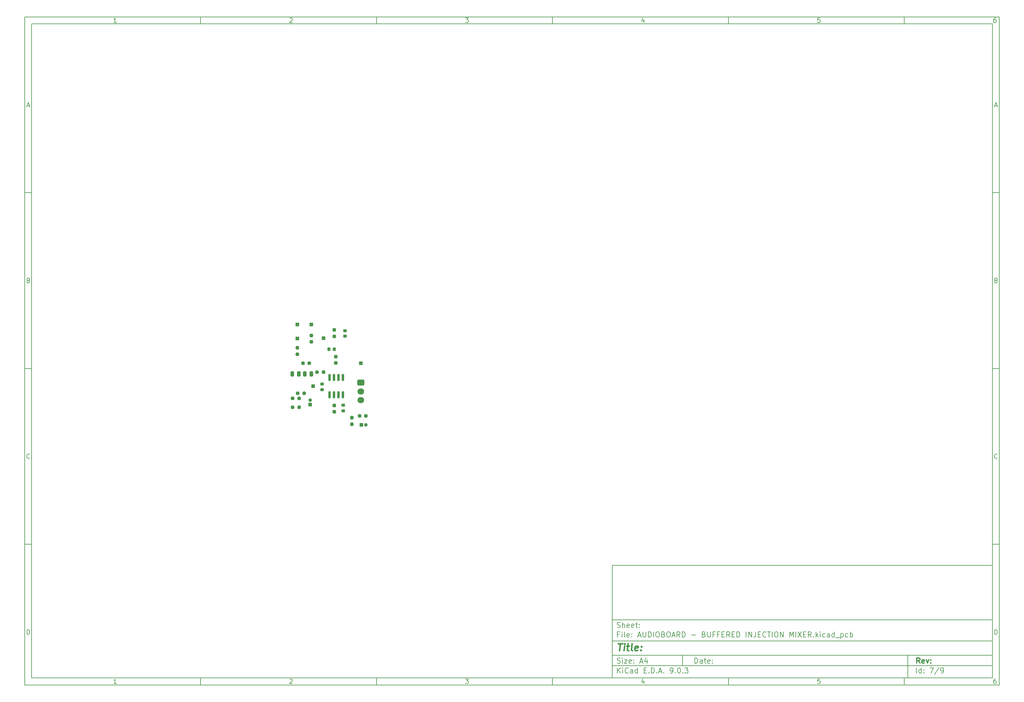
<source format=gbr>
%TF.GenerationSoftware,KiCad,Pcbnew,9.0.3*%
%TF.CreationDate,2025-09-10T01:15:20-07:00*%
%TF.ProjectId,AUDIOBOARD - BUFFERED INJECTION MIXER,41554449-4f42-44f4-9152-44202d204255,rev?*%
%TF.SameCoordinates,Original*%
%TF.FileFunction,Soldermask,Top*%
%TF.FilePolarity,Negative*%
%FSLAX46Y46*%
G04 Gerber Fmt 4.6, Leading zero omitted, Abs format (unit mm)*
G04 Created by KiCad (PCBNEW 9.0.3) date 2025-09-10 01:15:20*
%MOMM*%
%LPD*%
G01*
G04 APERTURE LIST*
G04 Aperture macros list*
%AMRoundRect*
0 Rectangle with rounded corners*
0 $1 Rounding radius*
0 $2 $3 $4 $5 $6 $7 $8 $9 X,Y pos of 4 corners*
0 Add a 4 corners polygon primitive as box body*
4,1,4,$2,$3,$4,$5,$6,$7,$8,$9,$2,$3,0*
0 Add four circle primitives for the rounded corners*
1,1,$1+$1,$2,$3*
1,1,$1+$1,$4,$5*
1,1,$1+$1,$6,$7*
1,1,$1+$1,$8,$9*
0 Add four rect primitives between the rounded corners*
20,1,$1+$1,$2,$3,$4,$5,0*
20,1,$1+$1,$4,$5,$6,$7,0*
20,1,$1+$1,$6,$7,$8,$9,0*
20,1,$1+$1,$8,$9,$2,$3,0*%
G04 Aperture macros list end*
%ADD10C,0.100000*%
%ADD11C,0.150000*%
%ADD12C,0.300000*%
%ADD13C,0.400000*%
%ADD14R,1.000000X1.000000*%
%ADD15RoundRect,0.225000X-0.250000X0.225000X-0.250000X-0.225000X0.250000X-0.225000X0.250000X0.225000X0*%
%ADD16RoundRect,0.237500X-0.237500X0.250000X-0.237500X-0.250000X0.237500X-0.250000X0.237500X0.250000X0*%
%ADD17RoundRect,0.225000X-0.225000X-0.250000X0.225000X-0.250000X0.225000X0.250000X-0.225000X0.250000X0*%
%ADD18RoundRect,0.250000X-0.725000X0.600000X-0.725000X-0.600000X0.725000X-0.600000X0.725000X0.600000X0*%
%ADD19O,1.950000X1.700000*%
%ADD20RoundRect,0.237500X0.237500X-0.250000X0.237500X0.250000X-0.237500X0.250000X-0.237500X-0.250000X0*%
%ADD21RoundRect,0.237500X-0.250000X-0.237500X0.250000X-0.237500X0.250000X0.237500X-0.250000X0.237500X0*%
%ADD22RoundRect,0.150000X0.150000X-0.825000X0.150000X0.825000X-0.150000X0.825000X-0.150000X-0.825000X0*%
%ADD23C,1.000000*%
%ADD24RoundRect,0.250000X0.250000X0.475000X-0.250000X0.475000X-0.250000X-0.475000X0.250000X-0.475000X0*%
%ADD25RoundRect,0.237500X0.250000X0.237500X-0.250000X0.237500X-0.250000X-0.237500X0.250000X-0.237500X0*%
%ADD26RoundRect,0.225000X0.250000X-0.225000X0.250000X0.225000X-0.250000X0.225000X-0.250000X-0.225000X0*%
G04 APERTURE END LIST*
D10*
D11*
X177002200Y-166007200D02*
X285002200Y-166007200D01*
X285002200Y-198007200D01*
X177002200Y-198007200D01*
X177002200Y-166007200D01*
D10*
D11*
X10000000Y-10000000D02*
X287002200Y-10000000D01*
X287002200Y-200007200D01*
X10000000Y-200007200D01*
X10000000Y-10000000D01*
D10*
D11*
X12000000Y-12000000D02*
X285002200Y-12000000D01*
X285002200Y-198007200D01*
X12000000Y-198007200D01*
X12000000Y-12000000D01*
D10*
D11*
X60000000Y-12000000D02*
X60000000Y-10000000D01*
D10*
D11*
X110000000Y-12000000D02*
X110000000Y-10000000D01*
D10*
D11*
X160000000Y-12000000D02*
X160000000Y-10000000D01*
D10*
D11*
X210000000Y-12000000D02*
X210000000Y-10000000D01*
D10*
D11*
X260000000Y-12000000D02*
X260000000Y-10000000D01*
D10*
D11*
X36089160Y-11593604D02*
X35346303Y-11593604D01*
X35717731Y-11593604D02*
X35717731Y-10293604D01*
X35717731Y-10293604D02*
X35593922Y-10479319D01*
X35593922Y-10479319D02*
X35470112Y-10603128D01*
X35470112Y-10603128D02*
X35346303Y-10665033D01*
D10*
D11*
X85346303Y-10417414D02*
X85408207Y-10355509D01*
X85408207Y-10355509D02*
X85532017Y-10293604D01*
X85532017Y-10293604D02*
X85841541Y-10293604D01*
X85841541Y-10293604D02*
X85965350Y-10355509D01*
X85965350Y-10355509D02*
X86027255Y-10417414D01*
X86027255Y-10417414D02*
X86089160Y-10541223D01*
X86089160Y-10541223D02*
X86089160Y-10665033D01*
X86089160Y-10665033D02*
X86027255Y-10850747D01*
X86027255Y-10850747D02*
X85284398Y-11593604D01*
X85284398Y-11593604D02*
X86089160Y-11593604D01*
D10*
D11*
X135284398Y-10293604D02*
X136089160Y-10293604D01*
X136089160Y-10293604D02*
X135655826Y-10788842D01*
X135655826Y-10788842D02*
X135841541Y-10788842D01*
X135841541Y-10788842D02*
X135965350Y-10850747D01*
X135965350Y-10850747D02*
X136027255Y-10912652D01*
X136027255Y-10912652D02*
X136089160Y-11036461D01*
X136089160Y-11036461D02*
X136089160Y-11345985D01*
X136089160Y-11345985D02*
X136027255Y-11469795D01*
X136027255Y-11469795D02*
X135965350Y-11531700D01*
X135965350Y-11531700D02*
X135841541Y-11593604D01*
X135841541Y-11593604D02*
X135470112Y-11593604D01*
X135470112Y-11593604D02*
X135346303Y-11531700D01*
X135346303Y-11531700D02*
X135284398Y-11469795D01*
D10*
D11*
X185965350Y-10726938D02*
X185965350Y-11593604D01*
X185655826Y-10231700D02*
X185346303Y-11160271D01*
X185346303Y-11160271D02*
X186151064Y-11160271D01*
D10*
D11*
X236027255Y-10293604D02*
X235408207Y-10293604D01*
X235408207Y-10293604D02*
X235346303Y-10912652D01*
X235346303Y-10912652D02*
X235408207Y-10850747D01*
X235408207Y-10850747D02*
X235532017Y-10788842D01*
X235532017Y-10788842D02*
X235841541Y-10788842D01*
X235841541Y-10788842D02*
X235965350Y-10850747D01*
X235965350Y-10850747D02*
X236027255Y-10912652D01*
X236027255Y-10912652D02*
X236089160Y-11036461D01*
X236089160Y-11036461D02*
X236089160Y-11345985D01*
X236089160Y-11345985D02*
X236027255Y-11469795D01*
X236027255Y-11469795D02*
X235965350Y-11531700D01*
X235965350Y-11531700D02*
X235841541Y-11593604D01*
X235841541Y-11593604D02*
X235532017Y-11593604D01*
X235532017Y-11593604D02*
X235408207Y-11531700D01*
X235408207Y-11531700D02*
X235346303Y-11469795D01*
D10*
D11*
X285965350Y-10293604D02*
X285717731Y-10293604D01*
X285717731Y-10293604D02*
X285593922Y-10355509D01*
X285593922Y-10355509D02*
X285532017Y-10417414D01*
X285532017Y-10417414D02*
X285408207Y-10603128D01*
X285408207Y-10603128D02*
X285346303Y-10850747D01*
X285346303Y-10850747D02*
X285346303Y-11345985D01*
X285346303Y-11345985D02*
X285408207Y-11469795D01*
X285408207Y-11469795D02*
X285470112Y-11531700D01*
X285470112Y-11531700D02*
X285593922Y-11593604D01*
X285593922Y-11593604D02*
X285841541Y-11593604D01*
X285841541Y-11593604D02*
X285965350Y-11531700D01*
X285965350Y-11531700D02*
X286027255Y-11469795D01*
X286027255Y-11469795D02*
X286089160Y-11345985D01*
X286089160Y-11345985D02*
X286089160Y-11036461D01*
X286089160Y-11036461D02*
X286027255Y-10912652D01*
X286027255Y-10912652D02*
X285965350Y-10850747D01*
X285965350Y-10850747D02*
X285841541Y-10788842D01*
X285841541Y-10788842D02*
X285593922Y-10788842D01*
X285593922Y-10788842D02*
X285470112Y-10850747D01*
X285470112Y-10850747D02*
X285408207Y-10912652D01*
X285408207Y-10912652D02*
X285346303Y-11036461D01*
D10*
D11*
X60000000Y-198007200D02*
X60000000Y-200007200D01*
D10*
D11*
X110000000Y-198007200D02*
X110000000Y-200007200D01*
D10*
D11*
X160000000Y-198007200D02*
X160000000Y-200007200D01*
D10*
D11*
X210000000Y-198007200D02*
X210000000Y-200007200D01*
D10*
D11*
X260000000Y-198007200D02*
X260000000Y-200007200D01*
D10*
D11*
X36089160Y-199600804D02*
X35346303Y-199600804D01*
X35717731Y-199600804D02*
X35717731Y-198300804D01*
X35717731Y-198300804D02*
X35593922Y-198486519D01*
X35593922Y-198486519D02*
X35470112Y-198610328D01*
X35470112Y-198610328D02*
X35346303Y-198672233D01*
D10*
D11*
X85346303Y-198424614D02*
X85408207Y-198362709D01*
X85408207Y-198362709D02*
X85532017Y-198300804D01*
X85532017Y-198300804D02*
X85841541Y-198300804D01*
X85841541Y-198300804D02*
X85965350Y-198362709D01*
X85965350Y-198362709D02*
X86027255Y-198424614D01*
X86027255Y-198424614D02*
X86089160Y-198548423D01*
X86089160Y-198548423D02*
X86089160Y-198672233D01*
X86089160Y-198672233D02*
X86027255Y-198857947D01*
X86027255Y-198857947D02*
X85284398Y-199600804D01*
X85284398Y-199600804D02*
X86089160Y-199600804D01*
D10*
D11*
X135284398Y-198300804D02*
X136089160Y-198300804D01*
X136089160Y-198300804D02*
X135655826Y-198796042D01*
X135655826Y-198796042D02*
X135841541Y-198796042D01*
X135841541Y-198796042D02*
X135965350Y-198857947D01*
X135965350Y-198857947D02*
X136027255Y-198919852D01*
X136027255Y-198919852D02*
X136089160Y-199043661D01*
X136089160Y-199043661D02*
X136089160Y-199353185D01*
X136089160Y-199353185D02*
X136027255Y-199476995D01*
X136027255Y-199476995D02*
X135965350Y-199538900D01*
X135965350Y-199538900D02*
X135841541Y-199600804D01*
X135841541Y-199600804D02*
X135470112Y-199600804D01*
X135470112Y-199600804D02*
X135346303Y-199538900D01*
X135346303Y-199538900D02*
X135284398Y-199476995D01*
D10*
D11*
X185965350Y-198734138D02*
X185965350Y-199600804D01*
X185655826Y-198238900D02*
X185346303Y-199167471D01*
X185346303Y-199167471D02*
X186151064Y-199167471D01*
D10*
D11*
X236027255Y-198300804D02*
X235408207Y-198300804D01*
X235408207Y-198300804D02*
X235346303Y-198919852D01*
X235346303Y-198919852D02*
X235408207Y-198857947D01*
X235408207Y-198857947D02*
X235532017Y-198796042D01*
X235532017Y-198796042D02*
X235841541Y-198796042D01*
X235841541Y-198796042D02*
X235965350Y-198857947D01*
X235965350Y-198857947D02*
X236027255Y-198919852D01*
X236027255Y-198919852D02*
X236089160Y-199043661D01*
X236089160Y-199043661D02*
X236089160Y-199353185D01*
X236089160Y-199353185D02*
X236027255Y-199476995D01*
X236027255Y-199476995D02*
X235965350Y-199538900D01*
X235965350Y-199538900D02*
X235841541Y-199600804D01*
X235841541Y-199600804D02*
X235532017Y-199600804D01*
X235532017Y-199600804D02*
X235408207Y-199538900D01*
X235408207Y-199538900D02*
X235346303Y-199476995D01*
D10*
D11*
X285965350Y-198300804D02*
X285717731Y-198300804D01*
X285717731Y-198300804D02*
X285593922Y-198362709D01*
X285593922Y-198362709D02*
X285532017Y-198424614D01*
X285532017Y-198424614D02*
X285408207Y-198610328D01*
X285408207Y-198610328D02*
X285346303Y-198857947D01*
X285346303Y-198857947D02*
X285346303Y-199353185D01*
X285346303Y-199353185D02*
X285408207Y-199476995D01*
X285408207Y-199476995D02*
X285470112Y-199538900D01*
X285470112Y-199538900D02*
X285593922Y-199600804D01*
X285593922Y-199600804D02*
X285841541Y-199600804D01*
X285841541Y-199600804D02*
X285965350Y-199538900D01*
X285965350Y-199538900D02*
X286027255Y-199476995D01*
X286027255Y-199476995D02*
X286089160Y-199353185D01*
X286089160Y-199353185D02*
X286089160Y-199043661D01*
X286089160Y-199043661D02*
X286027255Y-198919852D01*
X286027255Y-198919852D02*
X285965350Y-198857947D01*
X285965350Y-198857947D02*
X285841541Y-198796042D01*
X285841541Y-198796042D02*
X285593922Y-198796042D01*
X285593922Y-198796042D02*
X285470112Y-198857947D01*
X285470112Y-198857947D02*
X285408207Y-198919852D01*
X285408207Y-198919852D02*
X285346303Y-199043661D01*
D10*
D11*
X10000000Y-60000000D02*
X12000000Y-60000000D01*
D10*
D11*
X10000000Y-110000000D02*
X12000000Y-110000000D01*
D10*
D11*
X10000000Y-160000000D02*
X12000000Y-160000000D01*
D10*
D11*
X10690476Y-35222176D02*
X11309523Y-35222176D01*
X10566666Y-35593604D02*
X10999999Y-34293604D01*
X10999999Y-34293604D02*
X11433333Y-35593604D01*
D10*
D11*
X11092857Y-84912652D02*
X11278571Y-84974557D01*
X11278571Y-84974557D02*
X11340476Y-85036461D01*
X11340476Y-85036461D02*
X11402380Y-85160271D01*
X11402380Y-85160271D02*
X11402380Y-85345985D01*
X11402380Y-85345985D02*
X11340476Y-85469795D01*
X11340476Y-85469795D02*
X11278571Y-85531700D01*
X11278571Y-85531700D02*
X11154761Y-85593604D01*
X11154761Y-85593604D02*
X10659523Y-85593604D01*
X10659523Y-85593604D02*
X10659523Y-84293604D01*
X10659523Y-84293604D02*
X11092857Y-84293604D01*
X11092857Y-84293604D02*
X11216666Y-84355509D01*
X11216666Y-84355509D02*
X11278571Y-84417414D01*
X11278571Y-84417414D02*
X11340476Y-84541223D01*
X11340476Y-84541223D02*
X11340476Y-84665033D01*
X11340476Y-84665033D02*
X11278571Y-84788842D01*
X11278571Y-84788842D02*
X11216666Y-84850747D01*
X11216666Y-84850747D02*
X11092857Y-84912652D01*
X11092857Y-84912652D02*
X10659523Y-84912652D01*
D10*
D11*
X11402380Y-135469795D02*
X11340476Y-135531700D01*
X11340476Y-135531700D02*
X11154761Y-135593604D01*
X11154761Y-135593604D02*
X11030952Y-135593604D01*
X11030952Y-135593604D02*
X10845238Y-135531700D01*
X10845238Y-135531700D02*
X10721428Y-135407890D01*
X10721428Y-135407890D02*
X10659523Y-135284080D01*
X10659523Y-135284080D02*
X10597619Y-135036461D01*
X10597619Y-135036461D02*
X10597619Y-134850747D01*
X10597619Y-134850747D02*
X10659523Y-134603128D01*
X10659523Y-134603128D02*
X10721428Y-134479319D01*
X10721428Y-134479319D02*
X10845238Y-134355509D01*
X10845238Y-134355509D02*
X11030952Y-134293604D01*
X11030952Y-134293604D02*
X11154761Y-134293604D01*
X11154761Y-134293604D02*
X11340476Y-134355509D01*
X11340476Y-134355509D02*
X11402380Y-134417414D01*
D10*
D11*
X10659523Y-185593604D02*
X10659523Y-184293604D01*
X10659523Y-184293604D02*
X10969047Y-184293604D01*
X10969047Y-184293604D02*
X11154761Y-184355509D01*
X11154761Y-184355509D02*
X11278571Y-184479319D01*
X11278571Y-184479319D02*
X11340476Y-184603128D01*
X11340476Y-184603128D02*
X11402380Y-184850747D01*
X11402380Y-184850747D02*
X11402380Y-185036461D01*
X11402380Y-185036461D02*
X11340476Y-185284080D01*
X11340476Y-185284080D02*
X11278571Y-185407890D01*
X11278571Y-185407890D02*
X11154761Y-185531700D01*
X11154761Y-185531700D02*
X10969047Y-185593604D01*
X10969047Y-185593604D02*
X10659523Y-185593604D01*
D10*
D11*
X287002200Y-60000000D02*
X285002200Y-60000000D01*
D10*
D11*
X287002200Y-110000000D02*
X285002200Y-110000000D01*
D10*
D11*
X287002200Y-160000000D02*
X285002200Y-160000000D01*
D10*
D11*
X285692676Y-35222176D02*
X286311723Y-35222176D01*
X285568866Y-35593604D02*
X286002199Y-34293604D01*
X286002199Y-34293604D02*
X286435533Y-35593604D01*
D10*
D11*
X286095057Y-84912652D02*
X286280771Y-84974557D01*
X286280771Y-84974557D02*
X286342676Y-85036461D01*
X286342676Y-85036461D02*
X286404580Y-85160271D01*
X286404580Y-85160271D02*
X286404580Y-85345985D01*
X286404580Y-85345985D02*
X286342676Y-85469795D01*
X286342676Y-85469795D02*
X286280771Y-85531700D01*
X286280771Y-85531700D02*
X286156961Y-85593604D01*
X286156961Y-85593604D02*
X285661723Y-85593604D01*
X285661723Y-85593604D02*
X285661723Y-84293604D01*
X285661723Y-84293604D02*
X286095057Y-84293604D01*
X286095057Y-84293604D02*
X286218866Y-84355509D01*
X286218866Y-84355509D02*
X286280771Y-84417414D01*
X286280771Y-84417414D02*
X286342676Y-84541223D01*
X286342676Y-84541223D02*
X286342676Y-84665033D01*
X286342676Y-84665033D02*
X286280771Y-84788842D01*
X286280771Y-84788842D02*
X286218866Y-84850747D01*
X286218866Y-84850747D02*
X286095057Y-84912652D01*
X286095057Y-84912652D02*
X285661723Y-84912652D01*
D10*
D11*
X286404580Y-135469795D02*
X286342676Y-135531700D01*
X286342676Y-135531700D02*
X286156961Y-135593604D01*
X286156961Y-135593604D02*
X286033152Y-135593604D01*
X286033152Y-135593604D02*
X285847438Y-135531700D01*
X285847438Y-135531700D02*
X285723628Y-135407890D01*
X285723628Y-135407890D02*
X285661723Y-135284080D01*
X285661723Y-135284080D02*
X285599819Y-135036461D01*
X285599819Y-135036461D02*
X285599819Y-134850747D01*
X285599819Y-134850747D02*
X285661723Y-134603128D01*
X285661723Y-134603128D02*
X285723628Y-134479319D01*
X285723628Y-134479319D02*
X285847438Y-134355509D01*
X285847438Y-134355509D02*
X286033152Y-134293604D01*
X286033152Y-134293604D02*
X286156961Y-134293604D01*
X286156961Y-134293604D02*
X286342676Y-134355509D01*
X286342676Y-134355509D02*
X286404580Y-134417414D01*
D10*
D11*
X285661723Y-185593604D02*
X285661723Y-184293604D01*
X285661723Y-184293604D02*
X285971247Y-184293604D01*
X285971247Y-184293604D02*
X286156961Y-184355509D01*
X286156961Y-184355509D02*
X286280771Y-184479319D01*
X286280771Y-184479319D02*
X286342676Y-184603128D01*
X286342676Y-184603128D02*
X286404580Y-184850747D01*
X286404580Y-184850747D02*
X286404580Y-185036461D01*
X286404580Y-185036461D02*
X286342676Y-185284080D01*
X286342676Y-185284080D02*
X286280771Y-185407890D01*
X286280771Y-185407890D02*
X286156961Y-185531700D01*
X286156961Y-185531700D02*
X285971247Y-185593604D01*
X285971247Y-185593604D02*
X285661723Y-185593604D01*
D10*
D11*
X200458026Y-193793328D02*
X200458026Y-192293328D01*
X200458026Y-192293328D02*
X200815169Y-192293328D01*
X200815169Y-192293328D02*
X201029455Y-192364757D01*
X201029455Y-192364757D02*
X201172312Y-192507614D01*
X201172312Y-192507614D02*
X201243741Y-192650471D01*
X201243741Y-192650471D02*
X201315169Y-192936185D01*
X201315169Y-192936185D02*
X201315169Y-193150471D01*
X201315169Y-193150471D02*
X201243741Y-193436185D01*
X201243741Y-193436185D02*
X201172312Y-193579042D01*
X201172312Y-193579042D02*
X201029455Y-193721900D01*
X201029455Y-193721900D02*
X200815169Y-193793328D01*
X200815169Y-193793328D02*
X200458026Y-193793328D01*
X202600884Y-193793328D02*
X202600884Y-193007614D01*
X202600884Y-193007614D02*
X202529455Y-192864757D01*
X202529455Y-192864757D02*
X202386598Y-192793328D01*
X202386598Y-192793328D02*
X202100884Y-192793328D01*
X202100884Y-192793328D02*
X201958026Y-192864757D01*
X202600884Y-193721900D02*
X202458026Y-193793328D01*
X202458026Y-193793328D02*
X202100884Y-193793328D01*
X202100884Y-193793328D02*
X201958026Y-193721900D01*
X201958026Y-193721900D02*
X201886598Y-193579042D01*
X201886598Y-193579042D02*
X201886598Y-193436185D01*
X201886598Y-193436185D02*
X201958026Y-193293328D01*
X201958026Y-193293328D02*
X202100884Y-193221900D01*
X202100884Y-193221900D02*
X202458026Y-193221900D01*
X202458026Y-193221900D02*
X202600884Y-193150471D01*
X203100884Y-192793328D02*
X203672312Y-192793328D01*
X203315169Y-192293328D02*
X203315169Y-193579042D01*
X203315169Y-193579042D02*
X203386598Y-193721900D01*
X203386598Y-193721900D02*
X203529455Y-193793328D01*
X203529455Y-193793328D02*
X203672312Y-193793328D01*
X204743741Y-193721900D02*
X204600884Y-193793328D01*
X204600884Y-193793328D02*
X204315170Y-193793328D01*
X204315170Y-193793328D02*
X204172312Y-193721900D01*
X204172312Y-193721900D02*
X204100884Y-193579042D01*
X204100884Y-193579042D02*
X204100884Y-193007614D01*
X204100884Y-193007614D02*
X204172312Y-192864757D01*
X204172312Y-192864757D02*
X204315170Y-192793328D01*
X204315170Y-192793328D02*
X204600884Y-192793328D01*
X204600884Y-192793328D02*
X204743741Y-192864757D01*
X204743741Y-192864757D02*
X204815170Y-193007614D01*
X204815170Y-193007614D02*
X204815170Y-193150471D01*
X204815170Y-193150471D02*
X204100884Y-193293328D01*
X205458026Y-193650471D02*
X205529455Y-193721900D01*
X205529455Y-193721900D02*
X205458026Y-193793328D01*
X205458026Y-193793328D02*
X205386598Y-193721900D01*
X205386598Y-193721900D02*
X205458026Y-193650471D01*
X205458026Y-193650471D02*
X205458026Y-193793328D01*
X205458026Y-192864757D02*
X205529455Y-192936185D01*
X205529455Y-192936185D02*
X205458026Y-193007614D01*
X205458026Y-193007614D02*
X205386598Y-192936185D01*
X205386598Y-192936185D02*
X205458026Y-192864757D01*
X205458026Y-192864757D02*
X205458026Y-193007614D01*
D10*
D11*
X177002200Y-194507200D02*
X285002200Y-194507200D01*
D10*
D11*
X178458026Y-196593328D02*
X178458026Y-195093328D01*
X179315169Y-196593328D02*
X178672312Y-195736185D01*
X179315169Y-195093328D02*
X178458026Y-195950471D01*
X179958026Y-196593328D02*
X179958026Y-195593328D01*
X179958026Y-195093328D02*
X179886598Y-195164757D01*
X179886598Y-195164757D02*
X179958026Y-195236185D01*
X179958026Y-195236185D02*
X180029455Y-195164757D01*
X180029455Y-195164757D02*
X179958026Y-195093328D01*
X179958026Y-195093328D02*
X179958026Y-195236185D01*
X181529455Y-196450471D02*
X181458027Y-196521900D01*
X181458027Y-196521900D02*
X181243741Y-196593328D01*
X181243741Y-196593328D02*
X181100884Y-196593328D01*
X181100884Y-196593328D02*
X180886598Y-196521900D01*
X180886598Y-196521900D02*
X180743741Y-196379042D01*
X180743741Y-196379042D02*
X180672312Y-196236185D01*
X180672312Y-196236185D02*
X180600884Y-195950471D01*
X180600884Y-195950471D02*
X180600884Y-195736185D01*
X180600884Y-195736185D02*
X180672312Y-195450471D01*
X180672312Y-195450471D02*
X180743741Y-195307614D01*
X180743741Y-195307614D02*
X180886598Y-195164757D01*
X180886598Y-195164757D02*
X181100884Y-195093328D01*
X181100884Y-195093328D02*
X181243741Y-195093328D01*
X181243741Y-195093328D02*
X181458027Y-195164757D01*
X181458027Y-195164757D02*
X181529455Y-195236185D01*
X182815170Y-196593328D02*
X182815170Y-195807614D01*
X182815170Y-195807614D02*
X182743741Y-195664757D01*
X182743741Y-195664757D02*
X182600884Y-195593328D01*
X182600884Y-195593328D02*
X182315170Y-195593328D01*
X182315170Y-195593328D02*
X182172312Y-195664757D01*
X182815170Y-196521900D02*
X182672312Y-196593328D01*
X182672312Y-196593328D02*
X182315170Y-196593328D01*
X182315170Y-196593328D02*
X182172312Y-196521900D01*
X182172312Y-196521900D02*
X182100884Y-196379042D01*
X182100884Y-196379042D02*
X182100884Y-196236185D01*
X182100884Y-196236185D02*
X182172312Y-196093328D01*
X182172312Y-196093328D02*
X182315170Y-196021900D01*
X182315170Y-196021900D02*
X182672312Y-196021900D01*
X182672312Y-196021900D02*
X182815170Y-195950471D01*
X184172313Y-196593328D02*
X184172313Y-195093328D01*
X184172313Y-196521900D02*
X184029455Y-196593328D01*
X184029455Y-196593328D02*
X183743741Y-196593328D01*
X183743741Y-196593328D02*
X183600884Y-196521900D01*
X183600884Y-196521900D02*
X183529455Y-196450471D01*
X183529455Y-196450471D02*
X183458027Y-196307614D01*
X183458027Y-196307614D02*
X183458027Y-195879042D01*
X183458027Y-195879042D02*
X183529455Y-195736185D01*
X183529455Y-195736185D02*
X183600884Y-195664757D01*
X183600884Y-195664757D02*
X183743741Y-195593328D01*
X183743741Y-195593328D02*
X184029455Y-195593328D01*
X184029455Y-195593328D02*
X184172313Y-195664757D01*
X186029455Y-195807614D02*
X186529455Y-195807614D01*
X186743741Y-196593328D02*
X186029455Y-196593328D01*
X186029455Y-196593328D02*
X186029455Y-195093328D01*
X186029455Y-195093328D02*
X186743741Y-195093328D01*
X187386598Y-196450471D02*
X187458027Y-196521900D01*
X187458027Y-196521900D02*
X187386598Y-196593328D01*
X187386598Y-196593328D02*
X187315170Y-196521900D01*
X187315170Y-196521900D02*
X187386598Y-196450471D01*
X187386598Y-196450471D02*
X187386598Y-196593328D01*
X188100884Y-196593328D02*
X188100884Y-195093328D01*
X188100884Y-195093328D02*
X188458027Y-195093328D01*
X188458027Y-195093328D02*
X188672313Y-195164757D01*
X188672313Y-195164757D02*
X188815170Y-195307614D01*
X188815170Y-195307614D02*
X188886599Y-195450471D01*
X188886599Y-195450471D02*
X188958027Y-195736185D01*
X188958027Y-195736185D02*
X188958027Y-195950471D01*
X188958027Y-195950471D02*
X188886599Y-196236185D01*
X188886599Y-196236185D02*
X188815170Y-196379042D01*
X188815170Y-196379042D02*
X188672313Y-196521900D01*
X188672313Y-196521900D02*
X188458027Y-196593328D01*
X188458027Y-196593328D02*
X188100884Y-196593328D01*
X189600884Y-196450471D02*
X189672313Y-196521900D01*
X189672313Y-196521900D02*
X189600884Y-196593328D01*
X189600884Y-196593328D02*
X189529456Y-196521900D01*
X189529456Y-196521900D02*
X189600884Y-196450471D01*
X189600884Y-196450471D02*
X189600884Y-196593328D01*
X190243742Y-196164757D02*
X190958028Y-196164757D01*
X190100885Y-196593328D02*
X190600885Y-195093328D01*
X190600885Y-195093328D02*
X191100885Y-196593328D01*
X191600884Y-196450471D02*
X191672313Y-196521900D01*
X191672313Y-196521900D02*
X191600884Y-196593328D01*
X191600884Y-196593328D02*
X191529456Y-196521900D01*
X191529456Y-196521900D02*
X191600884Y-196450471D01*
X191600884Y-196450471D02*
X191600884Y-196593328D01*
X193529456Y-196593328D02*
X193815170Y-196593328D01*
X193815170Y-196593328D02*
X193958027Y-196521900D01*
X193958027Y-196521900D02*
X194029456Y-196450471D01*
X194029456Y-196450471D02*
X194172313Y-196236185D01*
X194172313Y-196236185D02*
X194243742Y-195950471D01*
X194243742Y-195950471D02*
X194243742Y-195379042D01*
X194243742Y-195379042D02*
X194172313Y-195236185D01*
X194172313Y-195236185D02*
X194100885Y-195164757D01*
X194100885Y-195164757D02*
X193958027Y-195093328D01*
X193958027Y-195093328D02*
X193672313Y-195093328D01*
X193672313Y-195093328D02*
X193529456Y-195164757D01*
X193529456Y-195164757D02*
X193458027Y-195236185D01*
X193458027Y-195236185D02*
X193386599Y-195379042D01*
X193386599Y-195379042D02*
X193386599Y-195736185D01*
X193386599Y-195736185D02*
X193458027Y-195879042D01*
X193458027Y-195879042D02*
X193529456Y-195950471D01*
X193529456Y-195950471D02*
X193672313Y-196021900D01*
X193672313Y-196021900D02*
X193958027Y-196021900D01*
X193958027Y-196021900D02*
X194100885Y-195950471D01*
X194100885Y-195950471D02*
X194172313Y-195879042D01*
X194172313Y-195879042D02*
X194243742Y-195736185D01*
X194886598Y-196450471D02*
X194958027Y-196521900D01*
X194958027Y-196521900D02*
X194886598Y-196593328D01*
X194886598Y-196593328D02*
X194815170Y-196521900D01*
X194815170Y-196521900D02*
X194886598Y-196450471D01*
X194886598Y-196450471D02*
X194886598Y-196593328D01*
X195886599Y-195093328D02*
X196029456Y-195093328D01*
X196029456Y-195093328D02*
X196172313Y-195164757D01*
X196172313Y-195164757D02*
X196243742Y-195236185D01*
X196243742Y-195236185D02*
X196315170Y-195379042D01*
X196315170Y-195379042D02*
X196386599Y-195664757D01*
X196386599Y-195664757D02*
X196386599Y-196021900D01*
X196386599Y-196021900D02*
X196315170Y-196307614D01*
X196315170Y-196307614D02*
X196243742Y-196450471D01*
X196243742Y-196450471D02*
X196172313Y-196521900D01*
X196172313Y-196521900D02*
X196029456Y-196593328D01*
X196029456Y-196593328D02*
X195886599Y-196593328D01*
X195886599Y-196593328D02*
X195743742Y-196521900D01*
X195743742Y-196521900D02*
X195672313Y-196450471D01*
X195672313Y-196450471D02*
X195600884Y-196307614D01*
X195600884Y-196307614D02*
X195529456Y-196021900D01*
X195529456Y-196021900D02*
X195529456Y-195664757D01*
X195529456Y-195664757D02*
X195600884Y-195379042D01*
X195600884Y-195379042D02*
X195672313Y-195236185D01*
X195672313Y-195236185D02*
X195743742Y-195164757D01*
X195743742Y-195164757D02*
X195886599Y-195093328D01*
X197029455Y-196450471D02*
X197100884Y-196521900D01*
X197100884Y-196521900D02*
X197029455Y-196593328D01*
X197029455Y-196593328D02*
X196958027Y-196521900D01*
X196958027Y-196521900D02*
X197029455Y-196450471D01*
X197029455Y-196450471D02*
X197029455Y-196593328D01*
X197600884Y-195093328D02*
X198529456Y-195093328D01*
X198529456Y-195093328D02*
X198029456Y-195664757D01*
X198029456Y-195664757D02*
X198243741Y-195664757D01*
X198243741Y-195664757D02*
X198386599Y-195736185D01*
X198386599Y-195736185D02*
X198458027Y-195807614D01*
X198458027Y-195807614D02*
X198529456Y-195950471D01*
X198529456Y-195950471D02*
X198529456Y-196307614D01*
X198529456Y-196307614D02*
X198458027Y-196450471D01*
X198458027Y-196450471D02*
X198386599Y-196521900D01*
X198386599Y-196521900D02*
X198243741Y-196593328D01*
X198243741Y-196593328D02*
X197815170Y-196593328D01*
X197815170Y-196593328D02*
X197672313Y-196521900D01*
X197672313Y-196521900D02*
X197600884Y-196450471D01*
D10*
D11*
X177002200Y-191507200D02*
X285002200Y-191507200D01*
D10*
D12*
X264413853Y-193785528D02*
X263913853Y-193071242D01*
X263556710Y-193785528D02*
X263556710Y-192285528D01*
X263556710Y-192285528D02*
X264128139Y-192285528D01*
X264128139Y-192285528D02*
X264270996Y-192356957D01*
X264270996Y-192356957D02*
X264342425Y-192428385D01*
X264342425Y-192428385D02*
X264413853Y-192571242D01*
X264413853Y-192571242D02*
X264413853Y-192785528D01*
X264413853Y-192785528D02*
X264342425Y-192928385D01*
X264342425Y-192928385D02*
X264270996Y-192999814D01*
X264270996Y-192999814D02*
X264128139Y-193071242D01*
X264128139Y-193071242D02*
X263556710Y-193071242D01*
X265628139Y-193714100D02*
X265485282Y-193785528D01*
X265485282Y-193785528D02*
X265199568Y-193785528D01*
X265199568Y-193785528D02*
X265056710Y-193714100D01*
X265056710Y-193714100D02*
X264985282Y-193571242D01*
X264985282Y-193571242D02*
X264985282Y-192999814D01*
X264985282Y-192999814D02*
X265056710Y-192856957D01*
X265056710Y-192856957D02*
X265199568Y-192785528D01*
X265199568Y-192785528D02*
X265485282Y-192785528D01*
X265485282Y-192785528D02*
X265628139Y-192856957D01*
X265628139Y-192856957D02*
X265699568Y-192999814D01*
X265699568Y-192999814D02*
X265699568Y-193142671D01*
X265699568Y-193142671D02*
X264985282Y-193285528D01*
X266199567Y-192785528D02*
X266556710Y-193785528D01*
X266556710Y-193785528D02*
X266913853Y-192785528D01*
X267485281Y-193642671D02*
X267556710Y-193714100D01*
X267556710Y-193714100D02*
X267485281Y-193785528D01*
X267485281Y-193785528D02*
X267413853Y-193714100D01*
X267413853Y-193714100D02*
X267485281Y-193642671D01*
X267485281Y-193642671D02*
X267485281Y-193785528D01*
X267485281Y-192856957D02*
X267556710Y-192928385D01*
X267556710Y-192928385D02*
X267485281Y-192999814D01*
X267485281Y-192999814D02*
X267413853Y-192928385D01*
X267413853Y-192928385D02*
X267485281Y-192856957D01*
X267485281Y-192856957D02*
X267485281Y-192999814D01*
D10*
D11*
X178386598Y-193721900D02*
X178600884Y-193793328D01*
X178600884Y-193793328D02*
X178958026Y-193793328D01*
X178958026Y-193793328D02*
X179100884Y-193721900D01*
X179100884Y-193721900D02*
X179172312Y-193650471D01*
X179172312Y-193650471D02*
X179243741Y-193507614D01*
X179243741Y-193507614D02*
X179243741Y-193364757D01*
X179243741Y-193364757D02*
X179172312Y-193221900D01*
X179172312Y-193221900D02*
X179100884Y-193150471D01*
X179100884Y-193150471D02*
X178958026Y-193079042D01*
X178958026Y-193079042D02*
X178672312Y-193007614D01*
X178672312Y-193007614D02*
X178529455Y-192936185D01*
X178529455Y-192936185D02*
X178458026Y-192864757D01*
X178458026Y-192864757D02*
X178386598Y-192721900D01*
X178386598Y-192721900D02*
X178386598Y-192579042D01*
X178386598Y-192579042D02*
X178458026Y-192436185D01*
X178458026Y-192436185D02*
X178529455Y-192364757D01*
X178529455Y-192364757D02*
X178672312Y-192293328D01*
X178672312Y-192293328D02*
X179029455Y-192293328D01*
X179029455Y-192293328D02*
X179243741Y-192364757D01*
X179886597Y-193793328D02*
X179886597Y-192793328D01*
X179886597Y-192293328D02*
X179815169Y-192364757D01*
X179815169Y-192364757D02*
X179886597Y-192436185D01*
X179886597Y-192436185D02*
X179958026Y-192364757D01*
X179958026Y-192364757D02*
X179886597Y-192293328D01*
X179886597Y-192293328D02*
X179886597Y-192436185D01*
X180458026Y-192793328D02*
X181243741Y-192793328D01*
X181243741Y-192793328D02*
X180458026Y-193793328D01*
X180458026Y-193793328D02*
X181243741Y-193793328D01*
X182386598Y-193721900D02*
X182243741Y-193793328D01*
X182243741Y-193793328D02*
X181958027Y-193793328D01*
X181958027Y-193793328D02*
X181815169Y-193721900D01*
X181815169Y-193721900D02*
X181743741Y-193579042D01*
X181743741Y-193579042D02*
X181743741Y-193007614D01*
X181743741Y-193007614D02*
X181815169Y-192864757D01*
X181815169Y-192864757D02*
X181958027Y-192793328D01*
X181958027Y-192793328D02*
X182243741Y-192793328D01*
X182243741Y-192793328D02*
X182386598Y-192864757D01*
X182386598Y-192864757D02*
X182458027Y-193007614D01*
X182458027Y-193007614D02*
X182458027Y-193150471D01*
X182458027Y-193150471D02*
X181743741Y-193293328D01*
X183100883Y-193650471D02*
X183172312Y-193721900D01*
X183172312Y-193721900D02*
X183100883Y-193793328D01*
X183100883Y-193793328D02*
X183029455Y-193721900D01*
X183029455Y-193721900D02*
X183100883Y-193650471D01*
X183100883Y-193650471D02*
X183100883Y-193793328D01*
X183100883Y-192864757D02*
X183172312Y-192936185D01*
X183172312Y-192936185D02*
X183100883Y-193007614D01*
X183100883Y-193007614D02*
X183029455Y-192936185D01*
X183029455Y-192936185D02*
X183100883Y-192864757D01*
X183100883Y-192864757D02*
X183100883Y-193007614D01*
X184886598Y-193364757D02*
X185600884Y-193364757D01*
X184743741Y-193793328D02*
X185243741Y-192293328D01*
X185243741Y-192293328D02*
X185743741Y-193793328D01*
X186886598Y-192793328D02*
X186886598Y-193793328D01*
X186529455Y-192221900D02*
X186172312Y-193293328D01*
X186172312Y-193293328D02*
X187100883Y-193293328D01*
D10*
D11*
X263458026Y-196593328D02*
X263458026Y-195093328D01*
X264815170Y-196593328D02*
X264815170Y-195093328D01*
X264815170Y-196521900D02*
X264672312Y-196593328D01*
X264672312Y-196593328D02*
X264386598Y-196593328D01*
X264386598Y-196593328D02*
X264243741Y-196521900D01*
X264243741Y-196521900D02*
X264172312Y-196450471D01*
X264172312Y-196450471D02*
X264100884Y-196307614D01*
X264100884Y-196307614D02*
X264100884Y-195879042D01*
X264100884Y-195879042D02*
X264172312Y-195736185D01*
X264172312Y-195736185D02*
X264243741Y-195664757D01*
X264243741Y-195664757D02*
X264386598Y-195593328D01*
X264386598Y-195593328D02*
X264672312Y-195593328D01*
X264672312Y-195593328D02*
X264815170Y-195664757D01*
X265529455Y-196450471D02*
X265600884Y-196521900D01*
X265600884Y-196521900D02*
X265529455Y-196593328D01*
X265529455Y-196593328D02*
X265458027Y-196521900D01*
X265458027Y-196521900D02*
X265529455Y-196450471D01*
X265529455Y-196450471D02*
X265529455Y-196593328D01*
X265529455Y-195664757D02*
X265600884Y-195736185D01*
X265600884Y-195736185D02*
X265529455Y-195807614D01*
X265529455Y-195807614D02*
X265458027Y-195736185D01*
X265458027Y-195736185D02*
X265529455Y-195664757D01*
X265529455Y-195664757D02*
X265529455Y-195807614D01*
X267243741Y-195093328D02*
X268243741Y-195093328D01*
X268243741Y-195093328D02*
X267600884Y-196593328D01*
X269886598Y-195021900D02*
X268600884Y-196950471D01*
X270458027Y-196593328D02*
X270743741Y-196593328D01*
X270743741Y-196593328D02*
X270886598Y-196521900D01*
X270886598Y-196521900D02*
X270958027Y-196450471D01*
X270958027Y-196450471D02*
X271100884Y-196236185D01*
X271100884Y-196236185D02*
X271172313Y-195950471D01*
X271172313Y-195950471D02*
X271172313Y-195379042D01*
X271172313Y-195379042D02*
X271100884Y-195236185D01*
X271100884Y-195236185D02*
X271029456Y-195164757D01*
X271029456Y-195164757D02*
X270886598Y-195093328D01*
X270886598Y-195093328D02*
X270600884Y-195093328D01*
X270600884Y-195093328D02*
X270458027Y-195164757D01*
X270458027Y-195164757D02*
X270386598Y-195236185D01*
X270386598Y-195236185D02*
X270315170Y-195379042D01*
X270315170Y-195379042D02*
X270315170Y-195736185D01*
X270315170Y-195736185D02*
X270386598Y-195879042D01*
X270386598Y-195879042D02*
X270458027Y-195950471D01*
X270458027Y-195950471D02*
X270600884Y-196021900D01*
X270600884Y-196021900D02*
X270886598Y-196021900D01*
X270886598Y-196021900D02*
X271029456Y-195950471D01*
X271029456Y-195950471D02*
X271100884Y-195879042D01*
X271100884Y-195879042D02*
X271172313Y-195736185D01*
D10*
D11*
X177002200Y-187507200D02*
X285002200Y-187507200D01*
D10*
D13*
X178693928Y-188211638D02*
X179836785Y-188211638D01*
X179015357Y-190211638D02*
X179265357Y-188211638D01*
X180253452Y-190211638D02*
X180420119Y-188878304D01*
X180503452Y-188211638D02*
X180396309Y-188306876D01*
X180396309Y-188306876D02*
X180479643Y-188402114D01*
X180479643Y-188402114D02*
X180586786Y-188306876D01*
X180586786Y-188306876D02*
X180503452Y-188211638D01*
X180503452Y-188211638D02*
X180479643Y-188402114D01*
X181086786Y-188878304D02*
X181848690Y-188878304D01*
X181455833Y-188211638D02*
X181241548Y-189925923D01*
X181241548Y-189925923D02*
X181312976Y-190116400D01*
X181312976Y-190116400D02*
X181491548Y-190211638D01*
X181491548Y-190211638D02*
X181682024Y-190211638D01*
X182634405Y-190211638D02*
X182455833Y-190116400D01*
X182455833Y-190116400D02*
X182384405Y-189925923D01*
X182384405Y-189925923D02*
X182598690Y-188211638D01*
X184170119Y-190116400D02*
X183967738Y-190211638D01*
X183967738Y-190211638D02*
X183586785Y-190211638D01*
X183586785Y-190211638D02*
X183408214Y-190116400D01*
X183408214Y-190116400D02*
X183336785Y-189925923D01*
X183336785Y-189925923D02*
X183432024Y-189164019D01*
X183432024Y-189164019D02*
X183551071Y-188973542D01*
X183551071Y-188973542D02*
X183753452Y-188878304D01*
X183753452Y-188878304D02*
X184134404Y-188878304D01*
X184134404Y-188878304D02*
X184312976Y-188973542D01*
X184312976Y-188973542D02*
X184384404Y-189164019D01*
X184384404Y-189164019D02*
X184360595Y-189354495D01*
X184360595Y-189354495D02*
X183384404Y-189544971D01*
X185134405Y-190021161D02*
X185217738Y-190116400D01*
X185217738Y-190116400D02*
X185110595Y-190211638D01*
X185110595Y-190211638D02*
X185027262Y-190116400D01*
X185027262Y-190116400D02*
X185134405Y-190021161D01*
X185134405Y-190021161D02*
X185110595Y-190211638D01*
X185265357Y-188973542D02*
X185348690Y-189068780D01*
X185348690Y-189068780D02*
X185241548Y-189164019D01*
X185241548Y-189164019D02*
X185158214Y-189068780D01*
X185158214Y-189068780D02*
X185265357Y-188973542D01*
X185265357Y-188973542D02*
X185241548Y-189164019D01*
D10*
D11*
X178958026Y-185607614D02*
X178458026Y-185607614D01*
X178458026Y-186393328D02*
X178458026Y-184893328D01*
X178458026Y-184893328D02*
X179172312Y-184893328D01*
X179743740Y-186393328D02*
X179743740Y-185393328D01*
X179743740Y-184893328D02*
X179672312Y-184964757D01*
X179672312Y-184964757D02*
X179743740Y-185036185D01*
X179743740Y-185036185D02*
X179815169Y-184964757D01*
X179815169Y-184964757D02*
X179743740Y-184893328D01*
X179743740Y-184893328D02*
X179743740Y-185036185D01*
X180672312Y-186393328D02*
X180529455Y-186321900D01*
X180529455Y-186321900D02*
X180458026Y-186179042D01*
X180458026Y-186179042D02*
X180458026Y-184893328D01*
X181815169Y-186321900D02*
X181672312Y-186393328D01*
X181672312Y-186393328D02*
X181386598Y-186393328D01*
X181386598Y-186393328D02*
X181243740Y-186321900D01*
X181243740Y-186321900D02*
X181172312Y-186179042D01*
X181172312Y-186179042D02*
X181172312Y-185607614D01*
X181172312Y-185607614D02*
X181243740Y-185464757D01*
X181243740Y-185464757D02*
X181386598Y-185393328D01*
X181386598Y-185393328D02*
X181672312Y-185393328D01*
X181672312Y-185393328D02*
X181815169Y-185464757D01*
X181815169Y-185464757D02*
X181886598Y-185607614D01*
X181886598Y-185607614D02*
X181886598Y-185750471D01*
X181886598Y-185750471D02*
X181172312Y-185893328D01*
X182529454Y-186250471D02*
X182600883Y-186321900D01*
X182600883Y-186321900D02*
X182529454Y-186393328D01*
X182529454Y-186393328D02*
X182458026Y-186321900D01*
X182458026Y-186321900D02*
X182529454Y-186250471D01*
X182529454Y-186250471D02*
X182529454Y-186393328D01*
X182529454Y-185464757D02*
X182600883Y-185536185D01*
X182600883Y-185536185D02*
X182529454Y-185607614D01*
X182529454Y-185607614D02*
X182458026Y-185536185D01*
X182458026Y-185536185D02*
X182529454Y-185464757D01*
X182529454Y-185464757D02*
X182529454Y-185607614D01*
X184315169Y-185964757D02*
X185029455Y-185964757D01*
X184172312Y-186393328D02*
X184672312Y-184893328D01*
X184672312Y-184893328D02*
X185172312Y-186393328D01*
X185672311Y-184893328D02*
X185672311Y-186107614D01*
X185672311Y-186107614D02*
X185743740Y-186250471D01*
X185743740Y-186250471D02*
X185815169Y-186321900D01*
X185815169Y-186321900D02*
X185958026Y-186393328D01*
X185958026Y-186393328D02*
X186243740Y-186393328D01*
X186243740Y-186393328D02*
X186386597Y-186321900D01*
X186386597Y-186321900D02*
X186458026Y-186250471D01*
X186458026Y-186250471D02*
X186529454Y-186107614D01*
X186529454Y-186107614D02*
X186529454Y-184893328D01*
X187243740Y-186393328D02*
X187243740Y-184893328D01*
X187243740Y-184893328D02*
X187600883Y-184893328D01*
X187600883Y-184893328D02*
X187815169Y-184964757D01*
X187815169Y-184964757D02*
X187958026Y-185107614D01*
X187958026Y-185107614D02*
X188029455Y-185250471D01*
X188029455Y-185250471D02*
X188100883Y-185536185D01*
X188100883Y-185536185D02*
X188100883Y-185750471D01*
X188100883Y-185750471D02*
X188029455Y-186036185D01*
X188029455Y-186036185D02*
X187958026Y-186179042D01*
X187958026Y-186179042D02*
X187815169Y-186321900D01*
X187815169Y-186321900D02*
X187600883Y-186393328D01*
X187600883Y-186393328D02*
X187243740Y-186393328D01*
X188743740Y-186393328D02*
X188743740Y-184893328D01*
X189743741Y-184893328D02*
X190029455Y-184893328D01*
X190029455Y-184893328D02*
X190172312Y-184964757D01*
X190172312Y-184964757D02*
X190315169Y-185107614D01*
X190315169Y-185107614D02*
X190386598Y-185393328D01*
X190386598Y-185393328D02*
X190386598Y-185893328D01*
X190386598Y-185893328D02*
X190315169Y-186179042D01*
X190315169Y-186179042D02*
X190172312Y-186321900D01*
X190172312Y-186321900D02*
X190029455Y-186393328D01*
X190029455Y-186393328D02*
X189743741Y-186393328D01*
X189743741Y-186393328D02*
X189600884Y-186321900D01*
X189600884Y-186321900D02*
X189458026Y-186179042D01*
X189458026Y-186179042D02*
X189386598Y-185893328D01*
X189386598Y-185893328D02*
X189386598Y-185393328D01*
X189386598Y-185393328D02*
X189458026Y-185107614D01*
X189458026Y-185107614D02*
X189600884Y-184964757D01*
X189600884Y-184964757D02*
X189743741Y-184893328D01*
X191529455Y-185607614D02*
X191743741Y-185679042D01*
X191743741Y-185679042D02*
X191815170Y-185750471D01*
X191815170Y-185750471D02*
X191886598Y-185893328D01*
X191886598Y-185893328D02*
X191886598Y-186107614D01*
X191886598Y-186107614D02*
X191815170Y-186250471D01*
X191815170Y-186250471D02*
X191743741Y-186321900D01*
X191743741Y-186321900D02*
X191600884Y-186393328D01*
X191600884Y-186393328D02*
X191029455Y-186393328D01*
X191029455Y-186393328D02*
X191029455Y-184893328D01*
X191029455Y-184893328D02*
X191529455Y-184893328D01*
X191529455Y-184893328D02*
X191672313Y-184964757D01*
X191672313Y-184964757D02*
X191743741Y-185036185D01*
X191743741Y-185036185D02*
X191815170Y-185179042D01*
X191815170Y-185179042D02*
X191815170Y-185321900D01*
X191815170Y-185321900D02*
X191743741Y-185464757D01*
X191743741Y-185464757D02*
X191672313Y-185536185D01*
X191672313Y-185536185D02*
X191529455Y-185607614D01*
X191529455Y-185607614D02*
X191029455Y-185607614D01*
X192815170Y-184893328D02*
X193100884Y-184893328D01*
X193100884Y-184893328D02*
X193243741Y-184964757D01*
X193243741Y-184964757D02*
X193386598Y-185107614D01*
X193386598Y-185107614D02*
X193458027Y-185393328D01*
X193458027Y-185393328D02*
X193458027Y-185893328D01*
X193458027Y-185893328D02*
X193386598Y-186179042D01*
X193386598Y-186179042D02*
X193243741Y-186321900D01*
X193243741Y-186321900D02*
X193100884Y-186393328D01*
X193100884Y-186393328D02*
X192815170Y-186393328D01*
X192815170Y-186393328D02*
X192672313Y-186321900D01*
X192672313Y-186321900D02*
X192529455Y-186179042D01*
X192529455Y-186179042D02*
X192458027Y-185893328D01*
X192458027Y-185893328D02*
X192458027Y-185393328D01*
X192458027Y-185393328D02*
X192529455Y-185107614D01*
X192529455Y-185107614D02*
X192672313Y-184964757D01*
X192672313Y-184964757D02*
X192815170Y-184893328D01*
X194029456Y-185964757D02*
X194743742Y-185964757D01*
X193886599Y-186393328D02*
X194386599Y-184893328D01*
X194386599Y-184893328D02*
X194886599Y-186393328D01*
X196243741Y-186393328D02*
X195743741Y-185679042D01*
X195386598Y-186393328D02*
X195386598Y-184893328D01*
X195386598Y-184893328D02*
X195958027Y-184893328D01*
X195958027Y-184893328D02*
X196100884Y-184964757D01*
X196100884Y-184964757D02*
X196172313Y-185036185D01*
X196172313Y-185036185D02*
X196243741Y-185179042D01*
X196243741Y-185179042D02*
X196243741Y-185393328D01*
X196243741Y-185393328D02*
X196172313Y-185536185D01*
X196172313Y-185536185D02*
X196100884Y-185607614D01*
X196100884Y-185607614D02*
X195958027Y-185679042D01*
X195958027Y-185679042D02*
X195386598Y-185679042D01*
X196886598Y-186393328D02*
X196886598Y-184893328D01*
X196886598Y-184893328D02*
X197243741Y-184893328D01*
X197243741Y-184893328D02*
X197458027Y-184964757D01*
X197458027Y-184964757D02*
X197600884Y-185107614D01*
X197600884Y-185107614D02*
X197672313Y-185250471D01*
X197672313Y-185250471D02*
X197743741Y-185536185D01*
X197743741Y-185536185D02*
X197743741Y-185750471D01*
X197743741Y-185750471D02*
X197672313Y-186036185D01*
X197672313Y-186036185D02*
X197600884Y-186179042D01*
X197600884Y-186179042D02*
X197458027Y-186321900D01*
X197458027Y-186321900D02*
X197243741Y-186393328D01*
X197243741Y-186393328D02*
X196886598Y-186393328D01*
X199529455Y-185821900D02*
X200672313Y-185821900D01*
X203029455Y-185607614D02*
X203243741Y-185679042D01*
X203243741Y-185679042D02*
X203315170Y-185750471D01*
X203315170Y-185750471D02*
X203386598Y-185893328D01*
X203386598Y-185893328D02*
X203386598Y-186107614D01*
X203386598Y-186107614D02*
X203315170Y-186250471D01*
X203315170Y-186250471D02*
X203243741Y-186321900D01*
X203243741Y-186321900D02*
X203100884Y-186393328D01*
X203100884Y-186393328D02*
X202529455Y-186393328D01*
X202529455Y-186393328D02*
X202529455Y-184893328D01*
X202529455Y-184893328D02*
X203029455Y-184893328D01*
X203029455Y-184893328D02*
X203172313Y-184964757D01*
X203172313Y-184964757D02*
X203243741Y-185036185D01*
X203243741Y-185036185D02*
X203315170Y-185179042D01*
X203315170Y-185179042D02*
X203315170Y-185321900D01*
X203315170Y-185321900D02*
X203243741Y-185464757D01*
X203243741Y-185464757D02*
X203172313Y-185536185D01*
X203172313Y-185536185D02*
X203029455Y-185607614D01*
X203029455Y-185607614D02*
X202529455Y-185607614D01*
X204029455Y-184893328D02*
X204029455Y-186107614D01*
X204029455Y-186107614D02*
X204100884Y-186250471D01*
X204100884Y-186250471D02*
X204172313Y-186321900D01*
X204172313Y-186321900D02*
X204315170Y-186393328D01*
X204315170Y-186393328D02*
X204600884Y-186393328D01*
X204600884Y-186393328D02*
X204743741Y-186321900D01*
X204743741Y-186321900D02*
X204815170Y-186250471D01*
X204815170Y-186250471D02*
X204886598Y-186107614D01*
X204886598Y-186107614D02*
X204886598Y-184893328D01*
X206100884Y-185607614D02*
X205600884Y-185607614D01*
X205600884Y-186393328D02*
X205600884Y-184893328D01*
X205600884Y-184893328D02*
X206315170Y-184893328D01*
X207386598Y-185607614D02*
X206886598Y-185607614D01*
X206886598Y-186393328D02*
X206886598Y-184893328D01*
X206886598Y-184893328D02*
X207600884Y-184893328D01*
X208172312Y-185607614D02*
X208672312Y-185607614D01*
X208886598Y-186393328D02*
X208172312Y-186393328D01*
X208172312Y-186393328D02*
X208172312Y-184893328D01*
X208172312Y-184893328D02*
X208886598Y-184893328D01*
X210386598Y-186393328D02*
X209886598Y-185679042D01*
X209529455Y-186393328D02*
X209529455Y-184893328D01*
X209529455Y-184893328D02*
X210100884Y-184893328D01*
X210100884Y-184893328D02*
X210243741Y-184964757D01*
X210243741Y-184964757D02*
X210315170Y-185036185D01*
X210315170Y-185036185D02*
X210386598Y-185179042D01*
X210386598Y-185179042D02*
X210386598Y-185393328D01*
X210386598Y-185393328D02*
X210315170Y-185536185D01*
X210315170Y-185536185D02*
X210243741Y-185607614D01*
X210243741Y-185607614D02*
X210100884Y-185679042D01*
X210100884Y-185679042D02*
X209529455Y-185679042D01*
X211029455Y-185607614D02*
X211529455Y-185607614D01*
X211743741Y-186393328D02*
X211029455Y-186393328D01*
X211029455Y-186393328D02*
X211029455Y-184893328D01*
X211029455Y-184893328D02*
X211743741Y-184893328D01*
X212386598Y-186393328D02*
X212386598Y-184893328D01*
X212386598Y-184893328D02*
X212743741Y-184893328D01*
X212743741Y-184893328D02*
X212958027Y-184964757D01*
X212958027Y-184964757D02*
X213100884Y-185107614D01*
X213100884Y-185107614D02*
X213172313Y-185250471D01*
X213172313Y-185250471D02*
X213243741Y-185536185D01*
X213243741Y-185536185D02*
X213243741Y-185750471D01*
X213243741Y-185750471D02*
X213172313Y-186036185D01*
X213172313Y-186036185D02*
X213100884Y-186179042D01*
X213100884Y-186179042D02*
X212958027Y-186321900D01*
X212958027Y-186321900D02*
X212743741Y-186393328D01*
X212743741Y-186393328D02*
X212386598Y-186393328D01*
X215029455Y-186393328D02*
X215029455Y-184893328D01*
X215743741Y-186393328D02*
X215743741Y-184893328D01*
X215743741Y-184893328D02*
X216600884Y-186393328D01*
X216600884Y-186393328D02*
X216600884Y-184893328D01*
X217743742Y-184893328D02*
X217743742Y-185964757D01*
X217743742Y-185964757D02*
X217672313Y-186179042D01*
X217672313Y-186179042D02*
X217529456Y-186321900D01*
X217529456Y-186321900D02*
X217315170Y-186393328D01*
X217315170Y-186393328D02*
X217172313Y-186393328D01*
X218458027Y-185607614D02*
X218958027Y-185607614D01*
X219172313Y-186393328D02*
X218458027Y-186393328D01*
X218458027Y-186393328D02*
X218458027Y-184893328D01*
X218458027Y-184893328D02*
X219172313Y-184893328D01*
X220672313Y-186250471D02*
X220600885Y-186321900D01*
X220600885Y-186321900D02*
X220386599Y-186393328D01*
X220386599Y-186393328D02*
X220243742Y-186393328D01*
X220243742Y-186393328D02*
X220029456Y-186321900D01*
X220029456Y-186321900D02*
X219886599Y-186179042D01*
X219886599Y-186179042D02*
X219815170Y-186036185D01*
X219815170Y-186036185D02*
X219743742Y-185750471D01*
X219743742Y-185750471D02*
X219743742Y-185536185D01*
X219743742Y-185536185D02*
X219815170Y-185250471D01*
X219815170Y-185250471D02*
X219886599Y-185107614D01*
X219886599Y-185107614D02*
X220029456Y-184964757D01*
X220029456Y-184964757D02*
X220243742Y-184893328D01*
X220243742Y-184893328D02*
X220386599Y-184893328D01*
X220386599Y-184893328D02*
X220600885Y-184964757D01*
X220600885Y-184964757D02*
X220672313Y-185036185D01*
X221100885Y-184893328D02*
X221958028Y-184893328D01*
X221529456Y-186393328D02*
X221529456Y-184893328D01*
X222458027Y-186393328D02*
X222458027Y-184893328D01*
X223458028Y-184893328D02*
X223743742Y-184893328D01*
X223743742Y-184893328D02*
X223886599Y-184964757D01*
X223886599Y-184964757D02*
X224029456Y-185107614D01*
X224029456Y-185107614D02*
X224100885Y-185393328D01*
X224100885Y-185393328D02*
X224100885Y-185893328D01*
X224100885Y-185893328D02*
X224029456Y-186179042D01*
X224029456Y-186179042D02*
X223886599Y-186321900D01*
X223886599Y-186321900D02*
X223743742Y-186393328D01*
X223743742Y-186393328D02*
X223458028Y-186393328D01*
X223458028Y-186393328D02*
X223315171Y-186321900D01*
X223315171Y-186321900D02*
X223172313Y-186179042D01*
X223172313Y-186179042D02*
X223100885Y-185893328D01*
X223100885Y-185893328D02*
X223100885Y-185393328D01*
X223100885Y-185393328D02*
X223172313Y-185107614D01*
X223172313Y-185107614D02*
X223315171Y-184964757D01*
X223315171Y-184964757D02*
X223458028Y-184893328D01*
X224743742Y-186393328D02*
X224743742Y-184893328D01*
X224743742Y-184893328D02*
X225600885Y-186393328D01*
X225600885Y-186393328D02*
X225600885Y-184893328D01*
X227458028Y-186393328D02*
X227458028Y-184893328D01*
X227458028Y-184893328D02*
X227958028Y-185964757D01*
X227958028Y-185964757D02*
X228458028Y-184893328D01*
X228458028Y-184893328D02*
X228458028Y-186393328D01*
X229172314Y-186393328D02*
X229172314Y-184893328D01*
X229743743Y-184893328D02*
X230743743Y-186393328D01*
X230743743Y-184893328D02*
X229743743Y-186393328D01*
X231315171Y-185607614D02*
X231815171Y-185607614D01*
X232029457Y-186393328D02*
X231315171Y-186393328D01*
X231315171Y-186393328D02*
X231315171Y-184893328D01*
X231315171Y-184893328D02*
X232029457Y-184893328D01*
X233529457Y-186393328D02*
X233029457Y-185679042D01*
X232672314Y-186393328D02*
X232672314Y-184893328D01*
X232672314Y-184893328D02*
X233243743Y-184893328D01*
X233243743Y-184893328D02*
X233386600Y-184964757D01*
X233386600Y-184964757D02*
X233458029Y-185036185D01*
X233458029Y-185036185D02*
X233529457Y-185179042D01*
X233529457Y-185179042D02*
X233529457Y-185393328D01*
X233529457Y-185393328D02*
X233458029Y-185536185D01*
X233458029Y-185536185D02*
X233386600Y-185607614D01*
X233386600Y-185607614D02*
X233243743Y-185679042D01*
X233243743Y-185679042D02*
X232672314Y-185679042D01*
X234172314Y-186250471D02*
X234243743Y-186321900D01*
X234243743Y-186321900D02*
X234172314Y-186393328D01*
X234172314Y-186393328D02*
X234100886Y-186321900D01*
X234100886Y-186321900D02*
X234172314Y-186250471D01*
X234172314Y-186250471D02*
X234172314Y-186393328D01*
X234886600Y-186393328D02*
X234886600Y-184893328D01*
X235029458Y-185821900D02*
X235458029Y-186393328D01*
X235458029Y-185393328D02*
X234886600Y-185964757D01*
X236100886Y-186393328D02*
X236100886Y-185393328D01*
X236100886Y-184893328D02*
X236029458Y-184964757D01*
X236029458Y-184964757D02*
X236100886Y-185036185D01*
X236100886Y-185036185D02*
X236172315Y-184964757D01*
X236172315Y-184964757D02*
X236100886Y-184893328D01*
X236100886Y-184893328D02*
X236100886Y-185036185D01*
X237458030Y-186321900D02*
X237315172Y-186393328D01*
X237315172Y-186393328D02*
X237029458Y-186393328D01*
X237029458Y-186393328D02*
X236886601Y-186321900D01*
X236886601Y-186321900D02*
X236815172Y-186250471D01*
X236815172Y-186250471D02*
X236743744Y-186107614D01*
X236743744Y-186107614D02*
X236743744Y-185679042D01*
X236743744Y-185679042D02*
X236815172Y-185536185D01*
X236815172Y-185536185D02*
X236886601Y-185464757D01*
X236886601Y-185464757D02*
X237029458Y-185393328D01*
X237029458Y-185393328D02*
X237315172Y-185393328D01*
X237315172Y-185393328D02*
X237458030Y-185464757D01*
X238743744Y-186393328D02*
X238743744Y-185607614D01*
X238743744Y-185607614D02*
X238672315Y-185464757D01*
X238672315Y-185464757D02*
X238529458Y-185393328D01*
X238529458Y-185393328D02*
X238243744Y-185393328D01*
X238243744Y-185393328D02*
X238100886Y-185464757D01*
X238743744Y-186321900D02*
X238600886Y-186393328D01*
X238600886Y-186393328D02*
X238243744Y-186393328D01*
X238243744Y-186393328D02*
X238100886Y-186321900D01*
X238100886Y-186321900D02*
X238029458Y-186179042D01*
X238029458Y-186179042D02*
X238029458Y-186036185D01*
X238029458Y-186036185D02*
X238100886Y-185893328D01*
X238100886Y-185893328D02*
X238243744Y-185821900D01*
X238243744Y-185821900D02*
X238600886Y-185821900D01*
X238600886Y-185821900D02*
X238743744Y-185750471D01*
X240100887Y-186393328D02*
X240100887Y-184893328D01*
X240100887Y-186321900D02*
X239958029Y-186393328D01*
X239958029Y-186393328D02*
X239672315Y-186393328D01*
X239672315Y-186393328D02*
X239529458Y-186321900D01*
X239529458Y-186321900D02*
X239458029Y-186250471D01*
X239458029Y-186250471D02*
X239386601Y-186107614D01*
X239386601Y-186107614D02*
X239386601Y-185679042D01*
X239386601Y-185679042D02*
X239458029Y-185536185D01*
X239458029Y-185536185D02*
X239529458Y-185464757D01*
X239529458Y-185464757D02*
X239672315Y-185393328D01*
X239672315Y-185393328D02*
X239958029Y-185393328D01*
X239958029Y-185393328D02*
X240100887Y-185464757D01*
X240458030Y-186536185D02*
X241600887Y-186536185D01*
X241958029Y-185393328D02*
X241958029Y-186893328D01*
X241958029Y-185464757D02*
X242100887Y-185393328D01*
X242100887Y-185393328D02*
X242386601Y-185393328D01*
X242386601Y-185393328D02*
X242529458Y-185464757D01*
X242529458Y-185464757D02*
X242600887Y-185536185D01*
X242600887Y-185536185D02*
X242672315Y-185679042D01*
X242672315Y-185679042D02*
X242672315Y-186107614D01*
X242672315Y-186107614D02*
X242600887Y-186250471D01*
X242600887Y-186250471D02*
X242529458Y-186321900D01*
X242529458Y-186321900D02*
X242386601Y-186393328D01*
X242386601Y-186393328D02*
X242100887Y-186393328D01*
X242100887Y-186393328D02*
X241958029Y-186321900D01*
X243958030Y-186321900D02*
X243815172Y-186393328D01*
X243815172Y-186393328D02*
X243529458Y-186393328D01*
X243529458Y-186393328D02*
X243386601Y-186321900D01*
X243386601Y-186321900D02*
X243315172Y-186250471D01*
X243315172Y-186250471D02*
X243243744Y-186107614D01*
X243243744Y-186107614D02*
X243243744Y-185679042D01*
X243243744Y-185679042D02*
X243315172Y-185536185D01*
X243315172Y-185536185D02*
X243386601Y-185464757D01*
X243386601Y-185464757D02*
X243529458Y-185393328D01*
X243529458Y-185393328D02*
X243815172Y-185393328D01*
X243815172Y-185393328D02*
X243958030Y-185464757D01*
X244600886Y-186393328D02*
X244600886Y-184893328D01*
X244600886Y-185464757D02*
X244743744Y-185393328D01*
X244743744Y-185393328D02*
X245029458Y-185393328D01*
X245029458Y-185393328D02*
X245172315Y-185464757D01*
X245172315Y-185464757D02*
X245243744Y-185536185D01*
X245243744Y-185536185D02*
X245315172Y-185679042D01*
X245315172Y-185679042D02*
X245315172Y-186107614D01*
X245315172Y-186107614D02*
X245243744Y-186250471D01*
X245243744Y-186250471D02*
X245172315Y-186321900D01*
X245172315Y-186321900D02*
X245029458Y-186393328D01*
X245029458Y-186393328D02*
X244743744Y-186393328D01*
X244743744Y-186393328D02*
X244600886Y-186321900D01*
D10*
D11*
X177002200Y-181507200D02*
X285002200Y-181507200D01*
D10*
D11*
X178386598Y-183621900D02*
X178600884Y-183693328D01*
X178600884Y-183693328D02*
X178958026Y-183693328D01*
X178958026Y-183693328D02*
X179100884Y-183621900D01*
X179100884Y-183621900D02*
X179172312Y-183550471D01*
X179172312Y-183550471D02*
X179243741Y-183407614D01*
X179243741Y-183407614D02*
X179243741Y-183264757D01*
X179243741Y-183264757D02*
X179172312Y-183121900D01*
X179172312Y-183121900D02*
X179100884Y-183050471D01*
X179100884Y-183050471D02*
X178958026Y-182979042D01*
X178958026Y-182979042D02*
X178672312Y-182907614D01*
X178672312Y-182907614D02*
X178529455Y-182836185D01*
X178529455Y-182836185D02*
X178458026Y-182764757D01*
X178458026Y-182764757D02*
X178386598Y-182621900D01*
X178386598Y-182621900D02*
X178386598Y-182479042D01*
X178386598Y-182479042D02*
X178458026Y-182336185D01*
X178458026Y-182336185D02*
X178529455Y-182264757D01*
X178529455Y-182264757D02*
X178672312Y-182193328D01*
X178672312Y-182193328D02*
X179029455Y-182193328D01*
X179029455Y-182193328D02*
X179243741Y-182264757D01*
X179886597Y-183693328D02*
X179886597Y-182193328D01*
X180529455Y-183693328D02*
X180529455Y-182907614D01*
X180529455Y-182907614D02*
X180458026Y-182764757D01*
X180458026Y-182764757D02*
X180315169Y-182693328D01*
X180315169Y-182693328D02*
X180100883Y-182693328D01*
X180100883Y-182693328D02*
X179958026Y-182764757D01*
X179958026Y-182764757D02*
X179886597Y-182836185D01*
X181815169Y-183621900D02*
X181672312Y-183693328D01*
X181672312Y-183693328D02*
X181386598Y-183693328D01*
X181386598Y-183693328D02*
X181243740Y-183621900D01*
X181243740Y-183621900D02*
X181172312Y-183479042D01*
X181172312Y-183479042D02*
X181172312Y-182907614D01*
X181172312Y-182907614D02*
X181243740Y-182764757D01*
X181243740Y-182764757D02*
X181386598Y-182693328D01*
X181386598Y-182693328D02*
X181672312Y-182693328D01*
X181672312Y-182693328D02*
X181815169Y-182764757D01*
X181815169Y-182764757D02*
X181886598Y-182907614D01*
X181886598Y-182907614D02*
X181886598Y-183050471D01*
X181886598Y-183050471D02*
X181172312Y-183193328D01*
X183100883Y-183621900D02*
X182958026Y-183693328D01*
X182958026Y-183693328D02*
X182672312Y-183693328D01*
X182672312Y-183693328D02*
X182529454Y-183621900D01*
X182529454Y-183621900D02*
X182458026Y-183479042D01*
X182458026Y-183479042D02*
X182458026Y-182907614D01*
X182458026Y-182907614D02*
X182529454Y-182764757D01*
X182529454Y-182764757D02*
X182672312Y-182693328D01*
X182672312Y-182693328D02*
X182958026Y-182693328D01*
X182958026Y-182693328D02*
X183100883Y-182764757D01*
X183100883Y-182764757D02*
X183172312Y-182907614D01*
X183172312Y-182907614D02*
X183172312Y-183050471D01*
X183172312Y-183050471D02*
X182458026Y-183193328D01*
X183600883Y-182693328D02*
X184172311Y-182693328D01*
X183815168Y-182193328D02*
X183815168Y-183479042D01*
X183815168Y-183479042D02*
X183886597Y-183621900D01*
X183886597Y-183621900D02*
X184029454Y-183693328D01*
X184029454Y-183693328D02*
X184172311Y-183693328D01*
X184672311Y-183550471D02*
X184743740Y-183621900D01*
X184743740Y-183621900D02*
X184672311Y-183693328D01*
X184672311Y-183693328D02*
X184600883Y-183621900D01*
X184600883Y-183621900D02*
X184672311Y-183550471D01*
X184672311Y-183550471D02*
X184672311Y-183693328D01*
X184672311Y-182764757D02*
X184743740Y-182836185D01*
X184743740Y-182836185D02*
X184672311Y-182907614D01*
X184672311Y-182907614D02*
X184600883Y-182836185D01*
X184600883Y-182836185D02*
X184672311Y-182764757D01*
X184672311Y-182764757D02*
X184672311Y-182907614D01*
D10*
D11*
X197002200Y-191507200D02*
X197002200Y-194507200D01*
D10*
D11*
X261002200Y-191507200D02*
X261002200Y-198007200D01*
D14*
%TO.C,J6*%
X92000000Y-115000000D03*
%TD*%
D15*
%TO.C,C3*%
X100500000Y-120450000D03*
X100500000Y-122000000D03*
%TD*%
D16*
%TO.C,R7*%
X91500000Y-100587500D03*
X91500000Y-102412500D03*
%TD*%
D17*
%TO.C,C1*%
X96450000Y-104500000D03*
X98000000Y-104500000D03*
%TD*%
D14*
%TO.C,J3*%
X87500000Y-101500000D03*
%TD*%
D18*
%TO.C,J9*%
X105500000Y-114000000D03*
D19*
X105500000Y-116500000D03*
X105500000Y-119000000D03*
%TD*%
D20*
%TO.C,R5*%
X98000000Y-122325000D03*
X98000000Y-120500000D03*
%TD*%
D21*
%TO.C,Rsam1*%
X87587500Y-117000000D03*
X89412500Y-117000000D03*
%TD*%
D22*
%TO.C,U1*%
X96620000Y-117475000D03*
X97890000Y-117475000D03*
X99160000Y-117475000D03*
X100430000Y-117475000D03*
X100430000Y-112525000D03*
X99160000Y-112525000D03*
X97890000Y-112525000D03*
X96620000Y-112525000D03*
%TD*%
D21*
%TO.C,Rsyn1*%
X89087500Y-108500000D03*
X90912500Y-108500000D03*
%TD*%
D14*
%TO.C,J4*%
X105500000Y-108500000D03*
%TD*%
D20*
%TO.C,R2*%
X98450000Y-108412500D03*
X98450000Y-106587500D03*
%TD*%
D14*
%TO.C,J7*%
X105730000Y-126000000D03*
D23*
X107000000Y-126000000D03*
%TD*%
D21*
%TO.C,R6*%
X93087500Y-111000000D03*
X94912500Y-111000000D03*
%TD*%
D24*
%TO.C,C4*%
X91500000Y-111500000D03*
X89600000Y-111500000D03*
%TD*%
D20*
%TO.C,R1*%
X97950000Y-100825000D03*
X97950000Y-99000000D03*
%TD*%
%TO.C,R3*%
X103000000Y-125825000D03*
X103000000Y-124000000D03*
%TD*%
D14*
%TO.C,J1*%
X91500000Y-97500000D03*
%TD*%
D25*
%TO.C,Ro-1*%
X88000000Y-118490000D03*
X86175000Y-118490000D03*
%TD*%
%TO.C,R4*%
X107000000Y-123500000D03*
X105175000Y-123500000D03*
%TD*%
D26*
%TO.C,C6*%
X94500000Y-116000000D03*
X94500000Y-114450000D03*
%TD*%
D14*
%TO.C,J5*%
X94950000Y-101412500D03*
%TD*%
%TO.C,J2*%
X87500000Y-97500000D03*
%TD*%
D25*
%TO.C,Ro+1*%
X88000000Y-121000000D03*
X86175000Y-121000000D03*
%TD*%
D26*
%TO.C,C5*%
X101000000Y-100775000D03*
X101000000Y-99225000D03*
%TD*%
D16*
%TO.C,Rb1*%
X87500000Y-104087500D03*
X87500000Y-105912500D03*
%TD*%
D14*
%TO.C,J8*%
X91175000Y-120260000D03*
D23*
X91175000Y-118990000D03*
%TD*%
D24*
%TO.C,C2*%
X87950000Y-111500000D03*
X86050000Y-111500000D03*
%TD*%
M02*

</source>
